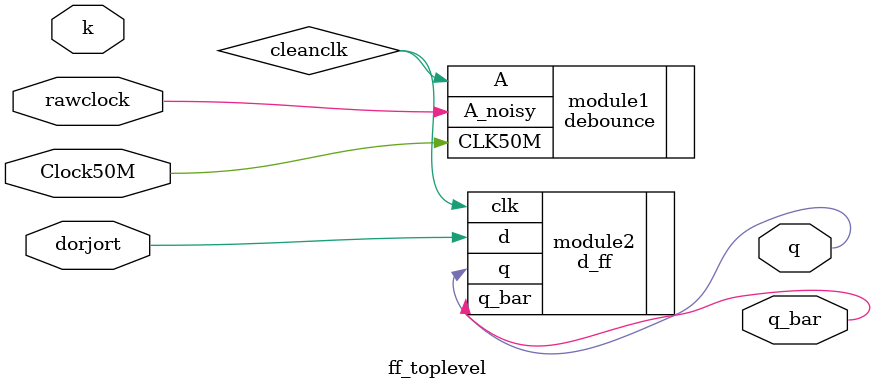
<source format=sv>
module ff_toplevel ( 
    input logic rawclock, //raw clock from the switch
    input logic Clock50M, //50 MHz internal clock
    input logic dorjort,    //represents d, j, and k
    input logic k,
    output logic q,
    output logic q_bar
);


logic cleanclk;

debounce module1 (
    .A_noisy(rawclock),
    .CLK50M(Clock50M),
    .A(cleanclk)
);

d_ff module2 (
    .d(dorjort),
    .clk(cleanclk),
    .q(q),
    .q_bar(q_bar)
);

// jk_ff module3 (
//     .j(dorjort),
//     .k(d),
//     .clk(cleanclk),
//     .q(q),
//     .q_bar(q_bar)
// );

// t_ff module4 (
//     .t(dorjort),
//     .clk(cleanclk),
//     .q(q)
// );


endmodule
</source>
